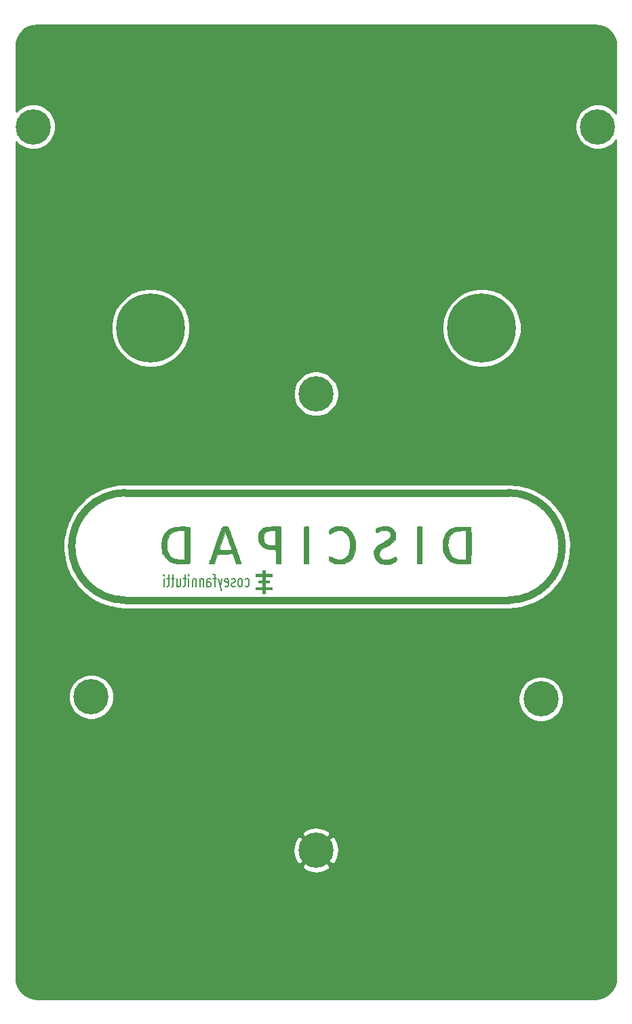
<source format=gbr>
%TF.GenerationSoftware,KiCad,Pcbnew,5.1.7-a382d34a8~88~ubuntu20.04.1*%
%TF.CreationDate,2021-03-29T23:20:07+02:00*%
%TF.ProjectId,discipad-bottom-pcb,64697363-6970-4616-942d-626f74746f6d,rev?*%
%TF.SameCoordinates,Original*%
%TF.FileFunction,Copper,L2,Bot*%
%TF.FilePolarity,Positive*%
%FSLAX46Y46*%
G04 Gerber Fmt 4.6, Leading zero omitted, Abs format (unit mm)*
G04 Created by KiCad (PCBNEW 5.1.7-a382d34a8~88~ubuntu20.04.1) date 2021-03-29 23:20:07*
%MOMM*%
%LPD*%
G01*
G04 APERTURE LIST*
%TA.AperFunction,NonConductor*%
%ADD10C,0.150000*%
%TD*%
%TA.AperFunction,EtchedComponent*%
%ADD11C,0.010000*%
%TD*%
%TA.AperFunction,EtchedComponent*%
%ADD12C,0.900000*%
%TD*%
%TA.AperFunction,ComponentPad*%
%ADD13C,8.600000*%
%TD*%
%TA.AperFunction,ComponentPad*%
%ADD14C,4.400000*%
%TD*%
%TA.AperFunction,Conductor*%
%ADD15C,0.254000*%
%TD*%
%TA.AperFunction,Conductor*%
%ADD16C,0.150000*%
%TD*%
G04 APERTURE END LIST*
D10*
X134998991Y-85767886D02*
X135094229Y-85839315D01*
X135284706Y-85839315D01*
X135379944Y-85767886D01*
X135427563Y-85696458D01*
X135475182Y-85553601D01*
X135475182Y-85125029D01*
X135427563Y-84982172D01*
X135379944Y-84910744D01*
X135284706Y-84839315D01*
X135094229Y-84839315D01*
X134998991Y-84910744D01*
X134427563Y-85839315D02*
X134522801Y-85767886D01*
X134570420Y-85696458D01*
X134618039Y-85553601D01*
X134618039Y-85125029D01*
X134570420Y-84982172D01*
X134522801Y-84910744D01*
X134427563Y-84839315D01*
X134284706Y-84839315D01*
X134189468Y-84910744D01*
X134141849Y-84982172D01*
X134094229Y-85125029D01*
X134094229Y-85553601D01*
X134141849Y-85696458D01*
X134189468Y-85767886D01*
X134284706Y-85839315D01*
X134427563Y-85839315D01*
X133713277Y-85767886D02*
X133618039Y-85839315D01*
X133427563Y-85839315D01*
X133332325Y-85767886D01*
X133284706Y-85625029D01*
X133284706Y-85553601D01*
X133332325Y-85410744D01*
X133427563Y-85339315D01*
X133570420Y-85339315D01*
X133665658Y-85267886D01*
X133713277Y-85125029D01*
X133713277Y-85053601D01*
X133665658Y-84910744D01*
X133570420Y-84839315D01*
X133427563Y-84839315D01*
X133332325Y-84910744D01*
X132475182Y-85767886D02*
X132570420Y-85839315D01*
X132760896Y-85839315D01*
X132856134Y-85767886D01*
X132903753Y-85625029D01*
X132903753Y-85053601D01*
X132856134Y-84910744D01*
X132760896Y-84839315D01*
X132570420Y-84839315D01*
X132475182Y-84910744D01*
X132427563Y-85053601D01*
X132427563Y-85196458D01*
X132903753Y-85339315D01*
X132094229Y-84839315D02*
X131856134Y-85839315D01*
X131618039Y-84839315D02*
X131856134Y-85839315D01*
X131951372Y-86196458D01*
X131998991Y-86267886D01*
X132094229Y-86339315D01*
X131379944Y-84839315D02*
X130998991Y-84839315D01*
X131237087Y-85839315D02*
X131237087Y-84553601D01*
X131189468Y-84410744D01*
X131094229Y-84339315D01*
X130998991Y-84339315D01*
X130237087Y-85839315D02*
X130237087Y-85053601D01*
X130284706Y-84910744D01*
X130379944Y-84839315D01*
X130570420Y-84839315D01*
X130665658Y-84910744D01*
X130237087Y-85767886D02*
X130332325Y-85839315D01*
X130570420Y-85839315D01*
X130665658Y-85767886D01*
X130713277Y-85625029D01*
X130713277Y-85482172D01*
X130665658Y-85339315D01*
X130570420Y-85267886D01*
X130332325Y-85267886D01*
X130237087Y-85196458D01*
X129760896Y-84839315D02*
X129760896Y-85839315D01*
X129760896Y-84982172D02*
X129713277Y-84910744D01*
X129618039Y-84839315D01*
X129475182Y-84839315D01*
X129379944Y-84910744D01*
X129332325Y-85053601D01*
X129332325Y-85839315D01*
X128856134Y-84839315D02*
X128856134Y-85839315D01*
X128856134Y-84982172D02*
X128808515Y-84910744D01*
X128713277Y-84839315D01*
X128570420Y-84839315D01*
X128475182Y-84910744D01*
X128427563Y-85053601D01*
X128427563Y-85839315D01*
X127951372Y-85839315D02*
X127951372Y-84839315D01*
X127951372Y-84339315D02*
X127998991Y-84410744D01*
X127951372Y-84482172D01*
X127903753Y-84410744D01*
X127951372Y-84339315D01*
X127951372Y-84482172D01*
X127618039Y-84839315D02*
X127237087Y-84839315D01*
X127475182Y-84339315D02*
X127475182Y-85625029D01*
X127427563Y-85767886D01*
X127332325Y-85839315D01*
X127237087Y-85839315D01*
X126475182Y-84839315D02*
X126475182Y-85839315D01*
X126903753Y-84839315D02*
X126903753Y-85625029D01*
X126856134Y-85767886D01*
X126760896Y-85839315D01*
X126618039Y-85839315D01*
X126522801Y-85767886D01*
X126475182Y-85696458D01*
X126141849Y-84839315D02*
X125760896Y-84839315D01*
X125998991Y-84339315D02*
X125998991Y-85625029D01*
X125951372Y-85767886D01*
X125856134Y-85839315D01*
X125760896Y-85839315D01*
X125570420Y-84839315D02*
X125189468Y-84839315D01*
X125427563Y-84339315D02*
X125427563Y-85625029D01*
X125379944Y-85767886D01*
X125284706Y-85839315D01*
X125189468Y-85839315D01*
X124856134Y-85839315D02*
X124856134Y-84839315D01*
X124856134Y-84339315D02*
X124903753Y-84410744D01*
X124856134Y-84482172D01*
X124808515Y-84410744D01*
X124856134Y-84339315D01*
X124856134Y-84482172D01*
D11*
G36*
X152203942Y-78296594D02*
G01*
X151853613Y-78350787D01*
X151564134Y-78447862D01*
X151548632Y-78455571D01*
X151388452Y-78546867D01*
X151311593Y-78633428D01*
X151287935Y-78758836D01*
X151286617Y-78834712D01*
X151300131Y-78993516D01*
X151353204Y-79067949D01*
X151464639Y-79062514D01*
X151653237Y-78981715D01*
X151731685Y-78941347D01*
X151975744Y-78845338D01*
X152258293Y-78805533D01*
X152385971Y-78802633D01*
X152606147Y-78807875D01*
X152746436Y-78833790D01*
X152850133Y-78895664D01*
X152956238Y-79003970D01*
X153107771Y-79231147D01*
X153147083Y-79452040D01*
X153072013Y-79670454D01*
X152880397Y-79890194D01*
X152570075Y-80115065D01*
X152212772Y-80312369D01*
X151844208Y-80505772D01*
X151572324Y-80671626D01*
X151378277Y-80825488D01*
X151243226Y-80982918D01*
X151148331Y-81159472D01*
X151129154Y-81207160D01*
X151043008Y-81591003D01*
X151069710Y-81967415D01*
X151201176Y-82314830D01*
X151429324Y-82611677D01*
X151738236Y-82832391D01*
X152079637Y-82953602D01*
X152480563Y-83011147D01*
X152893504Y-83002567D01*
X153270947Y-82925404D01*
X153305815Y-82913499D01*
X153591694Y-82791287D01*
X153770728Y-82660406D01*
X153859190Y-82505414D01*
X153875938Y-82372445D01*
X153861047Y-82223900D01*
X153824907Y-82138627D01*
X153821945Y-82136492D01*
X153743012Y-82144833D01*
X153589400Y-82199233D01*
X153405804Y-82282462D01*
X153172356Y-82380470D01*
X152940219Y-82449851D01*
X152797054Y-82472293D01*
X152503435Y-82479806D01*
X152298852Y-82467194D01*
X152149623Y-82426319D01*
X152022067Y-82349042D01*
X151917630Y-82259798D01*
X151774353Y-82112068D01*
X151706438Y-81980390D01*
X151687850Y-81810659D01*
X151687699Y-81782007D01*
X151706125Y-81587310D01*
X151771042Y-81421781D01*
X151897762Y-81269399D01*
X152101597Y-81114145D01*
X152397858Y-80939999D01*
X152589135Y-80838926D01*
X153024827Y-80591998D01*
X153348700Y-80356615D01*
X153570621Y-80124414D01*
X153695116Y-79901480D01*
X153743354Y-79666902D01*
X153746148Y-79382024D01*
X153705314Y-79110430D01*
X153669344Y-79000054D01*
X153516954Y-78763467D01*
X153283988Y-78546885D01*
X153012261Y-78385263D01*
X152874927Y-78335985D01*
X152562066Y-78290065D01*
X152203942Y-78296594D01*
G37*
X152203942Y-78296594D02*
X151853613Y-78350787D01*
X151564134Y-78447862D01*
X151548632Y-78455571D01*
X151388452Y-78546867D01*
X151311593Y-78633428D01*
X151287935Y-78758836D01*
X151286617Y-78834712D01*
X151300131Y-78993516D01*
X151353204Y-79067949D01*
X151464639Y-79062514D01*
X151653237Y-78981715D01*
X151731685Y-78941347D01*
X151975744Y-78845338D01*
X152258293Y-78805533D01*
X152385971Y-78802633D01*
X152606147Y-78807875D01*
X152746436Y-78833790D01*
X152850133Y-78895664D01*
X152956238Y-79003970D01*
X153107771Y-79231147D01*
X153147083Y-79452040D01*
X153072013Y-79670454D01*
X152880397Y-79890194D01*
X152570075Y-80115065D01*
X152212772Y-80312369D01*
X151844208Y-80505772D01*
X151572324Y-80671626D01*
X151378277Y-80825488D01*
X151243226Y-80982918D01*
X151148331Y-81159472D01*
X151129154Y-81207160D01*
X151043008Y-81591003D01*
X151069710Y-81967415D01*
X151201176Y-82314830D01*
X151429324Y-82611677D01*
X151738236Y-82832391D01*
X152079637Y-82953602D01*
X152480563Y-83011147D01*
X152893504Y-83002567D01*
X153270947Y-82925404D01*
X153305815Y-82913499D01*
X153591694Y-82791287D01*
X153770728Y-82660406D01*
X153859190Y-82505414D01*
X153875938Y-82372445D01*
X153861047Y-82223900D01*
X153824907Y-82138627D01*
X153821945Y-82136492D01*
X153743012Y-82144833D01*
X153589400Y-82199233D01*
X153405804Y-82282462D01*
X153172356Y-82380470D01*
X152940219Y-82449851D01*
X152797054Y-82472293D01*
X152503435Y-82479806D01*
X152298852Y-82467194D01*
X152149623Y-82426319D01*
X152022067Y-82349042D01*
X151917630Y-82259798D01*
X151774353Y-82112068D01*
X151706438Y-81980390D01*
X151687850Y-81810659D01*
X151687699Y-81782007D01*
X151706125Y-81587310D01*
X151771042Y-81421781D01*
X151897762Y-81269399D01*
X152101597Y-81114145D01*
X152397858Y-80939999D01*
X152589135Y-80838926D01*
X153024827Y-80591998D01*
X153348700Y-80356615D01*
X153570621Y-80124414D01*
X153695116Y-79901480D01*
X153743354Y-79666902D01*
X153746148Y-79382024D01*
X153705314Y-79110430D01*
X153669344Y-79000054D01*
X153516954Y-78763467D01*
X153283988Y-78546885D01*
X153012261Y-78385263D01*
X152874927Y-78335985D01*
X152562066Y-78290065D01*
X152203942Y-78296594D01*
G36*
X146471607Y-78315250D02*
G01*
X146266731Y-78333897D01*
X146096386Y-78376708D01*
X145916276Y-78452416D01*
X145830550Y-78494381D01*
X145631776Y-78598781D01*
X145518638Y-78680803D01*
X145464625Y-78769320D01*
X145443229Y-78893207D01*
X145441028Y-78918646D01*
X145440320Y-79111186D01*
X145487020Y-79205612D01*
X145594547Y-79206806D01*
X145776320Y-79119649D01*
X145858072Y-79070352D01*
X146196593Y-78918003D01*
X146577763Y-78840013D01*
X146954340Y-78842795D01*
X147175811Y-78891463D01*
X147421861Y-79027202D01*
X147657611Y-79253344D01*
X147856176Y-79538113D01*
X147990666Y-79849732D01*
X147992805Y-79857009D01*
X148060686Y-80211411D01*
X148082523Y-80616549D01*
X148060775Y-81031867D01*
X147997903Y-81416811D01*
X147896366Y-81730825D01*
X147876655Y-81771858D01*
X147650804Y-82093000D01*
X147357951Y-82317365D01*
X147011103Y-82441994D01*
X146623267Y-82463928D01*
X146207450Y-82380207D01*
X145856412Y-82231525D01*
X145664397Y-82136890D01*
X145518386Y-82076166D01*
X145448589Y-82061839D01*
X145447615Y-82062591D01*
X145426472Y-82138142D01*
X145412663Y-82285970D01*
X145411458Y-82318223D01*
X145433530Y-82506741D01*
X145528672Y-82637539D01*
X145556152Y-82659814D01*
X145852680Y-82824543D01*
X146224850Y-82938997D01*
X146633542Y-82997986D01*
X147039636Y-82996319D01*
X147404009Y-82928805D01*
X147455157Y-82911784D01*
X147868368Y-82715237D01*
X148190625Y-82447261D01*
X148436380Y-82093056D01*
X148579878Y-81759939D01*
X148715592Y-81229555D01*
X148759125Y-80694457D01*
X148715618Y-80172294D01*
X148590210Y-79680716D01*
X148388042Y-79237374D01*
X148114254Y-78859918D01*
X147773987Y-78565998D01*
X147623963Y-78477610D01*
X147447903Y-78395466D01*
X147281030Y-78345873D01*
X147081420Y-78320839D01*
X146807145Y-78312374D01*
X146755307Y-78312031D01*
X146471607Y-78315250D01*
G37*
X146471607Y-78315250D02*
X146266731Y-78333897D01*
X146096386Y-78376708D01*
X145916276Y-78452416D01*
X145830550Y-78494381D01*
X145631776Y-78598781D01*
X145518638Y-78680803D01*
X145464625Y-78769320D01*
X145443229Y-78893207D01*
X145441028Y-78918646D01*
X145440320Y-79111186D01*
X145487020Y-79205612D01*
X145594547Y-79206806D01*
X145776320Y-79119649D01*
X145858072Y-79070352D01*
X146196593Y-78918003D01*
X146577763Y-78840013D01*
X146954340Y-78842795D01*
X147175811Y-78891463D01*
X147421861Y-79027202D01*
X147657611Y-79253344D01*
X147856176Y-79538113D01*
X147990666Y-79849732D01*
X147992805Y-79857009D01*
X148060686Y-80211411D01*
X148082523Y-80616549D01*
X148060775Y-81031867D01*
X147997903Y-81416811D01*
X147896366Y-81730825D01*
X147876655Y-81771858D01*
X147650804Y-82093000D01*
X147357951Y-82317365D01*
X147011103Y-82441994D01*
X146623267Y-82463928D01*
X146207450Y-82380207D01*
X145856412Y-82231525D01*
X145664397Y-82136890D01*
X145518386Y-82076166D01*
X145448589Y-82061839D01*
X145447615Y-82062591D01*
X145426472Y-82138142D01*
X145412663Y-82285970D01*
X145411458Y-82318223D01*
X145433530Y-82506741D01*
X145528672Y-82637539D01*
X145556152Y-82659814D01*
X145852680Y-82824543D01*
X146224850Y-82938997D01*
X146633542Y-82997986D01*
X147039636Y-82996319D01*
X147404009Y-82928805D01*
X147455157Y-82911784D01*
X147868368Y-82715237D01*
X148190625Y-82447261D01*
X148436380Y-82093056D01*
X148579878Y-81759939D01*
X148715592Y-81229555D01*
X148759125Y-80694457D01*
X148715618Y-80172294D01*
X148590210Y-79680716D01*
X148388042Y-79237374D01*
X148114254Y-78859918D01*
X147773987Y-78565998D01*
X147623963Y-78477610D01*
X147447903Y-78395466D01*
X147281030Y-78345873D01*
X147081420Y-78320839D01*
X146807145Y-78312374D01*
X146755307Y-78312031D01*
X146471607Y-78315250D01*
G36*
X162253997Y-78347112D02*
G01*
X162061167Y-78351473D01*
X161614228Y-78368983D01*
X161265736Y-78400125D01*
X160991002Y-78452112D01*
X160765340Y-78532159D01*
X160564062Y-78647479D01*
X160362481Y-78805287D01*
X160290665Y-78868838D01*
X160001530Y-79210472D01*
X159790974Y-79632859D01*
X159664232Y-80117640D01*
X159626538Y-80646454D01*
X159661851Y-81074536D01*
X159784618Y-81610821D01*
X159981489Y-82050581D01*
X160256923Y-82399038D01*
X160615378Y-82661414D01*
X161061311Y-82842931D01*
X161203255Y-82880166D01*
X161414524Y-82915641D01*
X161687863Y-82941375D01*
X161996212Y-82957229D01*
X162312511Y-82963061D01*
X162609699Y-82958731D01*
X162860716Y-82944099D01*
X163038501Y-82919024D01*
X163111181Y-82890061D01*
X163132377Y-82833454D01*
X163149567Y-82704594D01*
X163163029Y-82495048D01*
X163163230Y-82489037D01*
X162568656Y-82489037D01*
X161971878Y-82447087D01*
X161635089Y-82412088D01*
X161343568Y-82360383D01*
X161134966Y-82298767D01*
X161124184Y-82294144D01*
X160800922Y-82086076D01*
X160553625Y-81784536D01*
X160385321Y-81395467D01*
X160299037Y-80924813D01*
X160287588Y-80652148D01*
X160331435Y-80129232D01*
X160463182Y-79692483D01*
X160683136Y-79341285D01*
X160991606Y-79075024D01*
X161114033Y-79005101D01*
X161297622Y-78932353D01*
X161530859Y-78883676D01*
X161845324Y-78853199D01*
X161967564Y-78846365D01*
X162568656Y-78816974D01*
X162568656Y-82489037D01*
X163163230Y-82489037D01*
X163173040Y-82196381D01*
X163179880Y-81800158D01*
X163183827Y-81297947D01*
X163185158Y-80681311D01*
X163185161Y-80647367D01*
X163184514Y-80060975D01*
X163182252Y-79586097D01*
X163177896Y-79210953D01*
X163170967Y-78923761D01*
X163160984Y-78712741D01*
X163147470Y-78566110D01*
X163129943Y-78472088D01*
X163107925Y-78418893D01*
X163093812Y-78402841D01*
X163014140Y-78371728D01*
X162856277Y-78352500D01*
X162607227Y-78344510D01*
X162253997Y-78347112D01*
G37*
X162253997Y-78347112D02*
X162061167Y-78351473D01*
X161614228Y-78368983D01*
X161265736Y-78400125D01*
X160991002Y-78452112D01*
X160765340Y-78532159D01*
X160564062Y-78647479D01*
X160362481Y-78805287D01*
X160290665Y-78868838D01*
X160001530Y-79210472D01*
X159790974Y-79632859D01*
X159664232Y-80117640D01*
X159626538Y-80646454D01*
X159661851Y-81074536D01*
X159784618Y-81610821D01*
X159981489Y-82050581D01*
X160256923Y-82399038D01*
X160615378Y-82661414D01*
X161061311Y-82842931D01*
X161203255Y-82880166D01*
X161414524Y-82915641D01*
X161687863Y-82941375D01*
X161996212Y-82957229D01*
X162312511Y-82963061D01*
X162609699Y-82958731D01*
X162860716Y-82944099D01*
X163038501Y-82919024D01*
X163111181Y-82890061D01*
X163132377Y-82833454D01*
X163149567Y-82704594D01*
X163163029Y-82495048D01*
X163163230Y-82489037D01*
X162568656Y-82489037D01*
X161971878Y-82447087D01*
X161635089Y-82412088D01*
X161343568Y-82360383D01*
X161134966Y-82298767D01*
X161124184Y-82294144D01*
X160800922Y-82086076D01*
X160553625Y-81784536D01*
X160385321Y-81395467D01*
X160299037Y-80924813D01*
X160287588Y-80652148D01*
X160331435Y-80129232D01*
X160463182Y-79692483D01*
X160683136Y-79341285D01*
X160991606Y-79075024D01*
X161114033Y-79005101D01*
X161297622Y-78932353D01*
X161530859Y-78883676D01*
X161845324Y-78853199D01*
X161967564Y-78846365D01*
X162568656Y-78816974D01*
X162568656Y-82489037D01*
X163163230Y-82489037D01*
X163173040Y-82196381D01*
X163179880Y-81800158D01*
X163183827Y-81297947D01*
X163185158Y-80681311D01*
X163185161Y-80647367D01*
X163184514Y-80060975D01*
X163182252Y-79586097D01*
X163177896Y-79210953D01*
X163170967Y-78923761D01*
X163160984Y-78712741D01*
X163147470Y-78566110D01*
X163129943Y-78472088D01*
X163107925Y-78418893D01*
X163093812Y-78402841D01*
X163014140Y-78371728D01*
X162856277Y-78352500D01*
X162607227Y-78344510D01*
X162253997Y-78347112D01*
G36*
X156556991Y-78325308D02*
G01*
X156402122Y-78354913D01*
X156418277Y-80644064D01*
X156434433Y-82933216D01*
X156727273Y-82952006D01*
X157020113Y-82970797D01*
X157020113Y-78354629D01*
X156865986Y-78325166D01*
X156677403Y-78313579D01*
X156556991Y-78325308D01*
G37*
X156556991Y-78325308D02*
X156402122Y-78354913D01*
X156418277Y-80644064D01*
X156434433Y-82933216D01*
X156727273Y-82952006D01*
X157020113Y-82970797D01*
X157020113Y-78354629D01*
X156865986Y-78325166D01*
X156677403Y-78313579D01*
X156556991Y-78325308D01*
G36*
X142426720Y-78345218D02*
G01*
X142284125Y-78399432D01*
X142300298Y-80666324D01*
X142316472Y-82933216D01*
X142609312Y-82952006D01*
X142902151Y-82970797D01*
X142902151Y-78354629D01*
X142735733Y-78322816D01*
X142553680Y-78318246D01*
X142426720Y-78345218D01*
G37*
X142426720Y-78345218D02*
X142284125Y-78399432D01*
X142300298Y-80666324D01*
X142316472Y-82933216D01*
X142609312Y-82952006D01*
X142902151Y-82970797D01*
X142902151Y-78354629D01*
X142735733Y-78322816D01*
X142553680Y-78318246D01*
X142426720Y-78345218D01*
G36*
X138019962Y-78356340D02*
G01*
X137609666Y-78408607D01*
X137287790Y-78503072D01*
X137038766Y-78645754D01*
X136847026Y-78842668D01*
X136726641Y-79038917D01*
X136630008Y-79331717D01*
X136593300Y-79679466D01*
X136617294Y-80029108D01*
X136702766Y-80327585D01*
X136707628Y-80338035D01*
X136929061Y-80680041D01*
X137227647Y-80931234D01*
X137607339Y-81093718D01*
X138072088Y-81169600D01*
X138280432Y-81176177D01*
X138753739Y-81176177D01*
X138793041Y-81592318D01*
X138813469Y-81877549D01*
X138827839Y-82209483D01*
X138832781Y-82486250D01*
X138833219Y-82964041D01*
X139100372Y-82964041D01*
X139273372Y-82955297D01*
X139389493Y-82933345D01*
X139408624Y-82922941D01*
X139421392Y-82850152D01*
X139431715Y-82671274D01*
X139439667Y-82403493D01*
X139445322Y-82063995D01*
X139448753Y-81669966D01*
X139450034Y-81238593D01*
X139449239Y-80787061D01*
X139446443Y-80332557D01*
X139441719Y-79892266D01*
X139435140Y-79483375D01*
X139426782Y-79123070D01*
X139416886Y-78833459D01*
X138771569Y-78833459D01*
X138771569Y-80682973D01*
X138355428Y-80682877D01*
X137990715Y-80655498D01*
X137727893Y-80574989D01*
X137484826Y-80409167D01*
X137336683Y-80196516D01*
X137270136Y-79913029D01*
X137263292Y-79738072D01*
X137293149Y-79415157D01*
X137386939Y-79182342D01*
X137557379Y-79017565D01*
X137728424Y-78931162D01*
X137927341Y-78877637D01*
X138184471Y-78842223D01*
X138372088Y-78833459D01*
X138771569Y-78833459D01*
X139416886Y-78833459D01*
X139416717Y-78828537D01*
X139405020Y-78616963D01*
X139391764Y-78505532D01*
X139389600Y-78498394D01*
X139329475Y-78340255D01*
X138534244Y-78340255D01*
X138019962Y-78356340D01*
G37*
X138019962Y-78356340D02*
X137609666Y-78408607D01*
X137287790Y-78503072D01*
X137038766Y-78645754D01*
X136847026Y-78842668D01*
X136726641Y-79038917D01*
X136630008Y-79331717D01*
X136593300Y-79679466D01*
X136617294Y-80029108D01*
X136702766Y-80327585D01*
X136707628Y-80338035D01*
X136929061Y-80680041D01*
X137227647Y-80931234D01*
X137607339Y-81093718D01*
X138072088Y-81169600D01*
X138280432Y-81176177D01*
X138753739Y-81176177D01*
X138793041Y-81592318D01*
X138813469Y-81877549D01*
X138827839Y-82209483D01*
X138832781Y-82486250D01*
X138833219Y-82964041D01*
X139100372Y-82964041D01*
X139273372Y-82955297D01*
X139389493Y-82933345D01*
X139408624Y-82922941D01*
X139421392Y-82850152D01*
X139431715Y-82671274D01*
X139439667Y-82403493D01*
X139445322Y-82063995D01*
X139448753Y-81669966D01*
X139450034Y-81238593D01*
X139449239Y-80787061D01*
X139446443Y-80332557D01*
X139441719Y-79892266D01*
X139435140Y-79483375D01*
X139426782Y-79123070D01*
X139416886Y-78833459D01*
X138771569Y-78833459D01*
X138771569Y-80682973D01*
X138355428Y-80682877D01*
X137990715Y-80655498D01*
X137727893Y-80574989D01*
X137484826Y-80409167D01*
X137336683Y-80196516D01*
X137270136Y-79913029D01*
X137263292Y-79738072D01*
X137293149Y-79415157D01*
X137386939Y-79182342D01*
X137557379Y-79017565D01*
X137728424Y-78931162D01*
X137927341Y-78877637D01*
X138184471Y-78842223D01*
X138372088Y-78833459D01*
X138771569Y-78833459D01*
X139416886Y-78833459D01*
X139416717Y-78828537D01*
X139405020Y-78616963D01*
X139391764Y-78505532D01*
X139389600Y-78498394D01*
X139329475Y-78340255D01*
X138534244Y-78340255D01*
X138019962Y-78356340D01*
G36*
X132267443Y-78329627D02*
G01*
X132219297Y-78345705D01*
X132174736Y-78373565D01*
X132128989Y-78424214D01*
X132077284Y-78508658D01*
X132014851Y-78637903D01*
X131936919Y-78822957D01*
X131838715Y-79074827D01*
X131715470Y-79404517D01*
X131562412Y-79823037D01*
X131374769Y-80341391D01*
X131272254Y-80625463D01*
X131093188Y-81124941D01*
X130929258Y-81588165D01*
X130784829Y-82002342D01*
X130664269Y-82354679D01*
X130571944Y-82632382D01*
X130512220Y-82822659D01*
X130489463Y-82912716D01*
X130489848Y-82917803D01*
X130562595Y-82944868D01*
X130716102Y-82961514D01*
X130814054Y-82964041D01*
X131110428Y-82964041D01*
X131321803Y-82362949D01*
X131533177Y-81761857D01*
X132494127Y-81744916D01*
X133455077Y-81727974D01*
X133870355Y-82933216D01*
X134163195Y-82952006D01*
X134348011Y-82954710D01*
X134436962Y-82927693D01*
X134456035Y-82879072D01*
X134435988Y-82808673D01*
X134379536Y-82637912D01*
X134292213Y-82382375D01*
X134179553Y-82057649D01*
X134047090Y-81679320D01*
X133900359Y-81262977D01*
X133885988Y-81222415D01*
X133284641Y-81222415D01*
X133226896Y-81228254D01*
X133069194Y-81233078D01*
X132834880Y-81236420D01*
X132547297Y-81237813D01*
X132514045Y-81237828D01*
X132219181Y-81233574D01*
X131977362Y-81221928D01*
X131811342Y-81204563D01*
X131743875Y-81183153D01*
X131743414Y-81181161D01*
X131762809Y-81107524D01*
X131816757Y-80936811D01*
X131898899Y-80688264D01*
X132002874Y-80381124D01*
X132122324Y-80034629D01*
X132122802Y-80033254D01*
X132502190Y-78942014D01*
X132893399Y-80074508D01*
X133014082Y-80424619D01*
X133119659Y-80732341D01*
X133203993Y-80979664D01*
X133260944Y-81148578D01*
X133284374Y-81221073D01*
X133284641Y-81222415D01*
X133885988Y-81222415D01*
X133744893Y-80824204D01*
X133586227Y-80378589D01*
X133429894Y-79941719D01*
X133281429Y-79529181D01*
X133146366Y-79156561D01*
X133030239Y-78839446D01*
X132938582Y-78593422D01*
X132884984Y-78454203D01*
X132790936Y-78366246D01*
X132618317Y-78314010D01*
X132408794Y-78305901D01*
X132267443Y-78329627D01*
G37*
X132267443Y-78329627D02*
X132219297Y-78345705D01*
X132174736Y-78373565D01*
X132128989Y-78424214D01*
X132077284Y-78508658D01*
X132014851Y-78637903D01*
X131936919Y-78822957D01*
X131838715Y-79074827D01*
X131715470Y-79404517D01*
X131562412Y-79823037D01*
X131374769Y-80341391D01*
X131272254Y-80625463D01*
X131093188Y-81124941D01*
X130929258Y-81588165D01*
X130784829Y-82002342D01*
X130664269Y-82354679D01*
X130571944Y-82632382D01*
X130512220Y-82822659D01*
X130489463Y-82912716D01*
X130489848Y-82917803D01*
X130562595Y-82944868D01*
X130716102Y-82961514D01*
X130814054Y-82964041D01*
X131110428Y-82964041D01*
X131321803Y-82362949D01*
X131533177Y-81761857D01*
X132494127Y-81744916D01*
X133455077Y-81727974D01*
X133870355Y-82933216D01*
X134163195Y-82952006D01*
X134348011Y-82954710D01*
X134436962Y-82927693D01*
X134456035Y-82879072D01*
X134435988Y-82808673D01*
X134379536Y-82637912D01*
X134292213Y-82382375D01*
X134179553Y-82057649D01*
X134047090Y-81679320D01*
X133900359Y-81262977D01*
X133885988Y-81222415D01*
X133284641Y-81222415D01*
X133226896Y-81228254D01*
X133069194Y-81233078D01*
X132834880Y-81236420D01*
X132547297Y-81237813D01*
X132514045Y-81237828D01*
X132219181Y-81233574D01*
X131977362Y-81221928D01*
X131811342Y-81204563D01*
X131743875Y-81183153D01*
X131743414Y-81181161D01*
X131762809Y-81107524D01*
X131816757Y-80936811D01*
X131898899Y-80688264D01*
X132002874Y-80381124D01*
X132122324Y-80034629D01*
X132122802Y-80033254D01*
X132502190Y-78942014D01*
X132893399Y-80074508D01*
X133014082Y-80424619D01*
X133119659Y-80732341D01*
X133203993Y-80979664D01*
X133260944Y-81148578D01*
X133284374Y-81221073D01*
X133284641Y-81222415D01*
X133885988Y-81222415D01*
X133744893Y-80824204D01*
X133586227Y-80378589D01*
X133429894Y-79941719D01*
X133281429Y-79529181D01*
X133146366Y-79156561D01*
X133030239Y-78839446D01*
X132938582Y-78593422D01*
X132884984Y-78454203D01*
X132790936Y-78366246D01*
X132618317Y-78314010D01*
X132408794Y-78305901D01*
X132267443Y-78329627D01*
G36*
X126662695Y-78348427D02*
G01*
X126292872Y-78376672D01*
X125992860Y-78430588D01*
X125736338Y-78515768D01*
X125496989Y-78637808D01*
X125378707Y-78712292D01*
X125088084Y-78964608D01*
X124837281Y-79294583D01*
X124659623Y-79656745D01*
X124637403Y-79723743D01*
X124606192Y-79889008D01*
X124581429Y-80140468D01*
X124566016Y-80441066D01*
X124562343Y-80682973D01*
X124565556Y-81002089D01*
X124577621Y-81232554D01*
X124604094Y-81408976D01*
X124650536Y-81565961D01*
X124722503Y-81738116D01*
X124736873Y-81769632D01*
X124995231Y-82198336D01*
X125332412Y-82532394D01*
X125746119Y-82770013D01*
X126189325Y-82901339D01*
X126387724Y-82926860D01*
X126668710Y-82947376D01*
X126991592Y-82960491D01*
X127252869Y-82964041D01*
X127563183Y-82963245D01*
X127772548Y-82957886D01*
X127903312Y-82943506D01*
X127977828Y-82915650D01*
X128018446Y-82869859D01*
X128045910Y-82805902D01*
X128062794Y-82700196D01*
X128076901Y-82491182D01*
X128088248Y-82196799D01*
X128096850Y-81834989D01*
X128102722Y-81423693D01*
X128105879Y-80980851D01*
X128106337Y-80524405D01*
X128104111Y-80072297D01*
X128099215Y-79642466D01*
X128091666Y-79252854D01*
X128081479Y-78921402D01*
X128077067Y-78833459D01*
X127427880Y-78833459D01*
X127427880Y-82489301D01*
X126888438Y-82449812D01*
X126609293Y-82423676D01*
X126347596Y-82389378D01*
X126149943Y-82353277D01*
X126113804Y-82344102D01*
X125804574Y-82195201D01*
X125550631Y-81944810D01*
X125358415Y-81604649D01*
X125234364Y-81186439D01*
X125184917Y-80701902D01*
X125184331Y-80652148D01*
X125223322Y-80129387D01*
X125345948Y-79697079D01*
X125553591Y-79353824D01*
X125847633Y-79098218D01*
X126229455Y-78928858D01*
X126700441Y-78844344D01*
X126976691Y-78833459D01*
X127427880Y-78833459D01*
X128077067Y-78833459D01*
X128068668Y-78666051D01*
X128053249Y-78504743D01*
X128042215Y-78459503D01*
X128007023Y-78411681D01*
X127947791Y-78378614D01*
X127843980Y-78357622D01*
X127675049Y-78346022D01*
X127420457Y-78341135D01*
X127128648Y-78340255D01*
X126662695Y-78348427D01*
G37*
X126662695Y-78348427D02*
X126292872Y-78376672D01*
X125992860Y-78430588D01*
X125736338Y-78515768D01*
X125496989Y-78637808D01*
X125378707Y-78712292D01*
X125088084Y-78964608D01*
X124837281Y-79294583D01*
X124659623Y-79656745D01*
X124637403Y-79723743D01*
X124606192Y-79889008D01*
X124581429Y-80140468D01*
X124566016Y-80441066D01*
X124562343Y-80682973D01*
X124565556Y-81002089D01*
X124577621Y-81232554D01*
X124604094Y-81408976D01*
X124650536Y-81565961D01*
X124722503Y-81738116D01*
X124736873Y-81769632D01*
X124995231Y-82198336D01*
X125332412Y-82532394D01*
X125746119Y-82770013D01*
X126189325Y-82901339D01*
X126387724Y-82926860D01*
X126668710Y-82947376D01*
X126991592Y-82960491D01*
X127252869Y-82964041D01*
X127563183Y-82963245D01*
X127772548Y-82957886D01*
X127903312Y-82943506D01*
X127977828Y-82915650D01*
X128018446Y-82869859D01*
X128045910Y-82805902D01*
X128062794Y-82700196D01*
X128076901Y-82491182D01*
X128088248Y-82196799D01*
X128096850Y-81834989D01*
X128102722Y-81423693D01*
X128105879Y-80980851D01*
X128106337Y-80524405D01*
X128104111Y-80072297D01*
X128099215Y-79642466D01*
X128091666Y-79252854D01*
X128081479Y-78921402D01*
X128077067Y-78833459D01*
X127427880Y-78833459D01*
X127427880Y-82489301D01*
X126888438Y-82449812D01*
X126609293Y-82423676D01*
X126347596Y-82389378D01*
X126149943Y-82353277D01*
X126113804Y-82344102D01*
X125804574Y-82195201D01*
X125550631Y-81944810D01*
X125358415Y-81604649D01*
X125234364Y-81186439D01*
X125184917Y-80701902D01*
X125184331Y-80652148D01*
X125223322Y-80129387D01*
X125345948Y-79697079D01*
X125553591Y-79353824D01*
X125847633Y-79098218D01*
X126229455Y-78928858D01*
X126700441Y-78844344D01*
X126976691Y-78833459D01*
X127427880Y-78833459D01*
X128077067Y-78833459D01*
X128068668Y-78666051D01*
X128053249Y-78504743D01*
X128042215Y-78459503D01*
X128007023Y-78411681D01*
X127947791Y-78378614D01*
X127843980Y-78357622D01*
X127675049Y-78346022D01*
X127420457Y-78341135D01*
X127128648Y-78340255D01*
X126662695Y-78348427D01*
D12*
X167868559Y-74112973D02*
X120018559Y-74112973D01*
X167868559Y-87512973D02*
X120018559Y-87512973D01*
X120018559Y-74112973D02*
G75*
G03*
X120018559Y-87512973I0J-6700000D01*
G01*
X167868559Y-87512973D02*
G75*
G03*
X167868559Y-74112973I0J6700000D01*
G01*
D11*
G36*
X137164225Y-84251046D02*
G01*
X136306975Y-84251046D01*
X136306975Y-84536796D01*
X137164225Y-84536796D01*
X137164225Y-85051146D01*
X136624475Y-85051146D01*
X136624475Y-85355946D01*
X137164225Y-85355946D01*
X137164225Y-85882996D01*
X136306975Y-85882996D01*
X136306975Y-86187796D01*
X137164225Y-86187796D01*
X137164225Y-86651346D01*
X137469025Y-86651346D01*
X137469025Y-86194146D01*
X138319925Y-86194146D01*
X138319925Y-85889346D01*
X137469025Y-85889346D01*
X137469025Y-85362296D01*
X138002425Y-85362296D01*
X138002425Y-85057496D01*
X137469025Y-85057496D01*
X137469025Y-84536796D01*
X138319925Y-84536796D01*
X138319925Y-84251046D01*
X137469025Y-84251046D01*
X137469025Y-83806546D01*
X137164225Y-83806546D01*
X137164225Y-84251046D01*
G37*
X137164225Y-84251046D02*
X136306975Y-84251046D01*
X136306975Y-84536796D01*
X137164225Y-84536796D01*
X137164225Y-85051146D01*
X136624475Y-85051146D01*
X136624475Y-85355946D01*
X137164225Y-85355946D01*
X137164225Y-85882996D01*
X136306975Y-85882996D01*
X136306975Y-86187796D01*
X137164225Y-86187796D01*
X137164225Y-86651346D01*
X137469025Y-86651346D01*
X137469025Y-86194146D01*
X138319925Y-86194146D01*
X138319925Y-85889346D01*
X137469025Y-85889346D01*
X137469025Y-85362296D01*
X138002425Y-85362296D01*
X138002425Y-85057496D01*
X137469025Y-85057496D01*
X137469025Y-84536796D01*
X138319925Y-84536796D01*
X138319925Y-84251046D01*
X137469025Y-84251046D01*
X137469025Y-83806546D01*
X137164225Y-83806546D01*
X137164225Y-84251046D01*
D13*
X123158765Y-53561440D03*
D14*
X143833559Y-118686673D03*
X115752543Y-99566685D03*
X171914575Y-99841686D03*
X143833559Y-61784261D03*
X179001130Y-28475773D03*
X108503031Y-28475773D03*
D13*
X164508353Y-53561440D03*
D15*
X179193363Y-15864539D02*
X179677966Y-16010848D01*
X180124913Y-16248495D01*
X180517196Y-16568434D01*
X180839865Y-16958473D01*
X181080627Y-17403753D01*
X181230316Y-17887320D01*
X181286697Y-18423755D01*
X181286697Y-26793501D01*
X181203218Y-26668566D01*
X180808337Y-26273685D01*
X180344006Y-25963429D01*
X179828069Y-25749721D01*
X179280353Y-25640773D01*
X178721907Y-25640773D01*
X178174191Y-25749721D01*
X177658254Y-25963429D01*
X177193923Y-26273685D01*
X176799042Y-26668566D01*
X176488786Y-27132897D01*
X176275078Y-27648834D01*
X176166130Y-28196550D01*
X176166130Y-28754996D01*
X176275078Y-29302712D01*
X176488786Y-29818649D01*
X176799042Y-30282980D01*
X177193923Y-30677861D01*
X177658254Y-30988117D01*
X178174191Y-31201825D01*
X178721907Y-31310773D01*
X179280353Y-31310773D01*
X179828069Y-31201825D01*
X180344006Y-30988117D01*
X180808337Y-30677861D01*
X181203218Y-30282980D01*
X181286697Y-30158045D01*
X181286698Y-134559884D01*
X181233896Y-135098402D01*
X181087587Y-135583003D01*
X180849940Y-136029952D01*
X180529998Y-136422239D01*
X180139961Y-136744905D01*
X179694682Y-136985666D01*
X179211114Y-137135356D01*
X178674679Y-137191737D01*
X109012263Y-137191737D01*
X108473756Y-137138936D01*
X107989155Y-136992627D01*
X107542206Y-136754980D01*
X107149919Y-136435038D01*
X106827253Y-136045001D01*
X106586492Y-135599722D01*
X106436802Y-135116154D01*
X106380421Y-134579719D01*
X106380421Y-120676448D01*
X142023389Y-120676448D01*
X142263535Y-121063691D01*
X142757436Y-121324314D01*
X143292692Y-121483574D01*
X143848733Y-121535351D01*
X144404191Y-121477654D01*
X144937720Y-121312701D01*
X145403583Y-121063691D01*
X145643729Y-120676448D01*
X143833559Y-118866278D01*
X142023389Y-120676448D01*
X106380421Y-120676448D01*
X106380421Y-118701847D01*
X140984881Y-118701847D01*
X141042578Y-119257305D01*
X141207531Y-119790834D01*
X141456541Y-120256697D01*
X141843784Y-120496843D01*
X143653954Y-118686673D01*
X144013164Y-118686673D01*
X145823334Y-120496843D01*
X146210577Y-120256697D01*
X146471200Y-119762796D01*
X146630460Y-119227540D01*
X146682237Y-118671499D01*
X146624540Y-118116041D01*
X146459587Y-117582512D01*
X146210577Y-117116649D01*
X145823334Y-116876503D01*
X144013164Y-118686673D01*
X143653954Y-118686673D01*
X141843784Y-116876503D01*
X141456541Y-117116649D01*
X141195918Y-117610550D01*
X141036658Y-118145806D01*
X140984881Y-118701847D01*
X106380421Y-118701847D01*
X106380421Y-116696898D01*
X142023389Y-116696898D01*
X143833559Y-118507068D01*
X145643729Y-116696898D01*
X145403583Y-116309655D01*
X144909682Y-116049032D01*
X144374426Y-115889772D01*
X143818385Y-115837995D01*
X143262927Y-115895692D01*
X142729398Y-116060645D01*
X142263535Y-116309655D01*
X142023389Y-116696898D01*
X106380421Y-116696898D01*
X106380421Y-99287462D01*
X112917543Y-99287462D01*
X112917543Y-99845908D01*
X113026491Y-100393624D01*
X113240199Y-100909561D01*
X113550455Y-101373892D01*
X113945336Y-101768773D01*
X114409667Y-102079029D01*
X114925604Y-102292737D01*
X115473320Y-102401685D01*
X116031766Y-102401685D01*
X116579482Y-102292737D01*
X117095419Y-102079029D01*
X117559750Y-101768773D01*
X117954631Y-101373892D01*
X118264887Y-100909561D01*
X118478595Y-100393624D01*
X118587543Y-99845908D01*
X118587543Y-99562463D01*
X169079575Y-99562463D01*
X169079575Y-100120909D01*
X169188523Y-100668625D01*
X169402231Y-101184562D01*
X169712487Y-101648893D01*
X170107368Y-102043774D01*
X170571699Y-102354030D01*
X171087636Y-102567738D01*
X171635352Y-102676686D01*
X172193798Y-102676686D01*
X172741514Y-102567738D01*
X173257451Y-102354030D01*
X173721782Y-102043774D01*
X174116663Y-101648893D01*
X174426919Y-101184562D01*
X174640627Y-100668625D01*
X174749575Y-100120909D01*
X174749575Y-99562463D01*
X174640627Y-99014747D01*
X174426919Y-98498810D01*
X174116663Y-98034479D01*
X173721782Y-97639598D01*
X173257451Y-97329342D01*
X172741514Y-97115634D01*
X172193798Y-97006686D01*
X171635352Y-97006686D01*
X171087636Y-97115634D01*
X170571699Y-97329342D01*
X170107368Y-97639598D01*
X169712487Y-98034479D01*
X169402231Y-98498810D01*
X169188523Y-99014747D01*
X169079575Y-99562463D01*
X118587543Y-99562463D01*
X118587543Y-99287462D01*
X118478595Y-98739746D01*
X118264887Y-98223809D01*
X117954631Y-97759478D01*
X117559750Y-97364597D01*
X117095419Y-97054341D01*
X116579482Y-96840633D01*
X116031766Y-96731685D01*
X115473320Y-96731685D01*
X114925604Y-96840633D01*
X114409667Y-97054341D01*
X113945336Y-97364597D01*
X113550455Y-97759478D01*
X113240199Y-98223809D01*
X113026491Y-98739746D01*
X112917543Y-99287462D01*
X106380421Y-99287462D01*
X106380421Y-81138061D01*
X112243042Y-81138061D01*
X112244382Y-81163624D01*
X112243042Y-81189187D01*
X112251656Y-81302428D01*
X112381681Y-82310452D01*
X112386873Y-82335524D01*
X112389415Y-82360989D01*
X112415052Y-82471593D01*
X112415058Y-82471624D01*
X112415061Y-82471632D01*
X112696063Y-83448383D01*
X112704984Y-83472372D01*
X112711351Y-83497168D01*
X112753430Y-83602638D01*
X112753435Y-83602651D01*
X112753435Y-83602652D01*
X113178950Y-84525666D01*
X113191401Y-84548036D01*
X113201442Y-84571577D01*
X113258978Y-84669450D01*
X113258996Y-84669482D01*
X113259003Y-84669491D01*
X113819232Y-85517512D01*
X113834922Y-85537740D01*
X113848410Y-85559493D01*
X113920111Y-85647565D01*
X114602174Y-86401096D01*
X114620744Y-86418718D01*
X114637366Y-86438180D01*
X114721565Y-86514394D01*
X115509760Y-87156086D01*
X115530780Y-87170695D01*
X115550157Y-87187421D01*
X115644915Y-87250021D01*
X116521104Y-87765106D01*
X116544092Y-87776368D01*
X116565776Y-87789970D01*
X116668913Y-87837517D01*
X117612931Y-88214141D01*
X117637356Y-88221795D01*
X117660850Y-88231962D01*
X117769992Y-88263361D01*
X118760118Y-88492860D01*
X118785424Y-88496733D01*
X118810180Y-88503227D01*
X118922774Y-88517751D01*
X118922816Y-88517757D01*
X118922829Y-88517757D01*
X119924244Y-88593933D01*
X119965265Y-88597973D01*
X167921853Y-88597973D01*
X167950151Y-88595186D01*
X168625684Y-88559783D01*
X168638390Y-88558144D01*
X168651197Y-88558144D01*
X168763832Y-88543615D01*
X169763669Y-88361012D01*
X169788424Y-88354518D01*
X169813732Y-88350645D01*
X169922863Y-88319249D01*
X169922874Y-88319246D01*
X169922878Y-88319244D01*
X170883587Y-87987508D01*
X170907083Y-87977341D01*
X170931505Y-87969687D01*
X171034607Y-87922156D01*
X171034642Y-87922141D01*
X171034652Y-87922135D01*
X171934121Y-87448901D01*
X171955801Y-87435302D01*
X171978792Y-87424038D01*
X172073550Y-87361438D01*
X172891098Y-86757588D01*
X172910480Y-86740858D01*
X172931495Y-86726252D01*
X173015694Y-86650040D01*
X173732495Y-85929475D01*
X173749117Y-85910013D01*
X173767688Y-85892390D01*
X173839390Y-85804318D01*
X174438951Y-84983620D01*
X174452444Y-84961858D01*
X174468128Y-84941638D01*
X174525684Y-84843734D01*
X174994206Y-83941789D01*
X175004249Y-83918244D01*
X175016698Y-83895877D01*
X175058782Y-83790393D01*
X175385485Y-82827956D01*
X175391852Y-82803158D01*
X175400773Y-82779171D01*
X175426418Y-82668535D01*
X175603783Y-81667756D01*
X175606326Y-81642275D01*
X175611515Y-81617219D01*
X175620130Y-81503978D01*
X175644076Y-80487885D01*
X175642736Y-80462314D01*
X175644075Y-80436759D01*
X175635462Y-80323517D01*
X175505437Y-79315494D01*
X175500245Y-79290422D01*
X175497703Y-79264957D01*
X175472060Y-79154321D01*
X175191055Y-78177563D01*
X175182134Y-78153574D01*
X175175767Y-78128778D01*
X175133684Y-78023295D01*
X174708168Y-77100280D01*
X174695717Y-77077910D01*
X174685676Y-77054369D01*
X174628140Y-76956496D01*
X174628122Y-76956464D01*
X174628115Y-76956455D01*
X174067886Y-76108434D01*
X174052195Y-76088205D01*
X174038708Y-76066453D01*
X173967027Y-75978407D01*
X173967007Y-75978381D01*
X173967000Y-75978374D01*
X173284944Y-75224850D01*
X173266374Y-75207228D01*
X173249752Y-75187766D01*
X173165553Y-75111552D01*
X172377358Y-74469860D01*
X172356338Y-74455251D01*
X172336961Y-74438525D01*
X172242203Y-74375925D01*
X171366014Y-73860840D01*
X171343025Y-73849578D01*
X171321342Y-73835976D01*
X171218222Y-73788437D01*
X171218206Y-73788429D01*
X171218201Y-73788428D01*
X170274186Y-73411804D01*
X170249760Y-73404150D01*
X170226269Y-73393984D01*
X170117127Y-73362585D01*
X169127000Y-73133086D01*
X169101694Y-73129213D01*
X169076938Y-73122719D01*
X168964344Y-73108195D01*
X168964302Y-73108189D01*
X168964289Y-73108189D01*
X167962874Y-73032013D01*
X167921853Y-73027973D01*
X119965265Y-73027973D01*
X119936967Y-73030760D01*
X119261434Y-73066163D01*
X119248728Y-73067802D01*
X119235921Y-73067802D01*
X119123286Y-73082330D01*
X118123449Y-73264934D01*
X118098693Y-73271429D01*
X118073387Y-73275301D01*
X117964255Y-73306697D01*
X117964244Y-73306700D01*
X117964240Y-73306702D01*
X117003532Y-73638438D01*
X116980038Y-73648605D01*
X116955613Y-73656259D01*
X116852476Y-73703805D01*
X115952997Y-74177045D01*
X115931316Y-74190645D01*
X115908326Y-74201908D01*
X115813587Y-74264496D01*
X115813567Y-74264508D01*
X115813561Y-74264513D01*
X114996020Y-74868358D01*
X114976638Y-74885088D01*
X114955623Y-74899694D01*
X114871448Y-74975885D01*
X114871424Y-74975906D01*
X114871418Y-74975913D01*
X114154622Y-75696471D01*
X114137993Y-75715941D01*
X114119430Y-75733557D01*
X114047728Y-75821628D01*
X113448167Y-76642326D01*
X113434674Y-76664088D01*
X113418990Y-76684308D01*
X113361434Y-76782212D01*
X112892911Y-77684157D01*
X112882866Y-77707708D01*
X112870420Y-77730069D01*
X112828336Y-77835552D01*
X112501633Y-78797990D01*
X112495267Y-78822785D01*
X112486345Y-78846775D01*
X112460700Y-78957411D01*
X112283335Y-79958191D01*
X112280792Y-79983670D01*
X112275603Y-80008727D01*
X112266988Y-80121968D01*
X112243042Y-81138061D01*
X106380421Y-81138061D01*
X106380421Y-61505038D01*
X140998559Y-61505038D01*
X140998559Y-62063484D01*
X141107507Y-62611200D01*
X141321215Y-63127137D01*
X141631471Y-63591468D01*
X142026352Y-63986349D01*
X142490683Y-64296605D01*
X143006620Y-64510313D01*
X143554336Y-64619261D01*
X144112782Y-64619261D01*
X144660498Y-64510313D01*
X145176435Y-64296605D01*
X145640766Y-63986349D01*
X146035647Y-63591468D01*
X146345903Y-63127137D01*
X146559611Y-62611200D01*
X146668559Y-62063484D01*
X146668559Y-61505038D01*
X146559611Y-60957322D01*
X146345903Y-60441385D01*
X146035647Y-59977054D01*
X145640766Y-59582173D01*
X145176435Y-59271917D01*
X144660498Y-59058209D01*
X144112782Y-58949261D01*
X143554336Y-58949261D01*
X143006620Y-59058209D01*
X142490683Y-59271917D01*
X142026352Y-59582173D01*
X141631471Y-59977054D01*
X141321215Y-60441385D01*
X141107507Y-60957322D01*
X140998559Y-61505038D01*
X106380421Y-61505038D01*
X106380421Y-53075385D01*
X118223765Y-53075385D01*
X118223765Y-54047495D01*
X118413415Y-55000926D01*
X118785425Y-55899039D01*
X119325500Y-56707319D01*
X120012886Y-57394705D01*
X120821166Y-57934780D01*
X121719279Y-58306790D01*
X122672710Y-58496440D01*
X123644820Y-58496440D01*
X124598251Y-58306790D01*
X125496364Y-57934780D01*
X126304644Y-57394705D01*
X126992030Y-56707319D01*
X127532105Y-55899039D01*
X127904115Y-55000926D01*
X128093765Y-54047495D01*
X128093765Y-53075385D01*
X159573353Y-53075385D01*
X159573353Y-54047495D01*
X159763003Y-55000926D01*
X160135013Y-55899039D01*
X160675088Y-56707319D01*
X161362474Y-57394705D01*
X162170754Y-57934780D01*
X163068867Y-58306790D01*
X164022298Y-58496440D01*
X164994408Y-58496440D01*
X165947839Y-58306790D01*
X166845952Y-57934780D01*
X167654232Y-57394705D01*
X168341618Y-56707319D01*
X168881693Y-55899039D01*
X169253703Y-55000926D01*
X169443353Y-54047495D01*
X169443353Y-53075385D01*
X169253703Y-52121954D01*
X168881693Y-51223841D01*
X168341618Y-50415561D01*
X167654232Y-49728175D01*
X166845952Y-49188100D01*
X165947839Y-48816090D01*
X164994408Y-48626440D01*
X164022298Y-48626440D01*
X163068867Y-48816090D01*
X162170754Y-49188100D01*
X161362474Y-49728175D01*
X160675088Y-50415561D01*
X160135013Y-51223841D01*
X159763003Y-52121954D01*
X159573353Y-53075385D01*
X128093765Y-53075385D01*
X127904115Y-52121954D01*
X127532105Y-51223841D01*
X126992030Y-50415561D01*
X126304644Y-49728175D01*
X125496364Y-49188100D01*
X124598251Y-48816090D01*
X123644820Y-48626440D01*
X122672710Y-48626440D01*
X121719279Y-48816090D01*
X120821166Y-49188100D01*
X120012886Y-49728175D01*
X119325500Y-50415561D01*
X118785425Y-51223841D01*
X118413415Y-52121954D01*
X118223765Y-53075385D01*
X106380421Y-53075385D01*
X106380421Y-30362458D01*
X106695824Y-30677861D01*
X107160155Y-30988117D01*
X107676092Y-31201825D01*
X108223808Y-31310773D01*
X108782254Y-31310773D01*
X109329970Y-31201825D01*
X109845907Y-30988117D01*
X110310238Y-30677861D01*
X110705119Y-30282980D01*
X111015375Y-29818649D01*
X111229083Y-29302712D01*
X111338031Y-28754996D01*
X111338031Y-28196550D01*
X111229083Y-27648834D01*
X111015375Y-27132897D01*
X110705119Y-26668566D01*
X110310238Y-26273685D01*
X109845907Y-25963429D01*
X109329970Y-25749721D01*
X108782254Y-25640773D01*
X108223808Y-25640773D01*
X107676092Y-25749721D01*
X107160155Y-25963429D01*
X106695824Y-26273685D01*
X106380421Y-26589088D01*
X106380421Y-18443580D01*
X106433223Y-17905071D01*
X106579532Y-17420468D01*
X106817179Y-16973521D01*
X107137118Y-16581238D01*
X107527157Y-16258569D01*
X107972437Y-16017807D01*
X108456004Y-15868118D01*
X108992439Y-15811737D01*
X178654854Y-15811737D01*
X179193363Y-15864539D01*
%TA.AperFunction,Conductor*%
D16*
G36*
X179193363Y-15864539D02*
G01*
X179677966Y-16010848D01*
X180124913Y-16248495D01*
X180517196Y-16568434D01*
X180839865Y-16958473D01*
X181080627Y-17403753D01*
X181230316Y-17887320D01*
X181286697Y-18423755D01*
X181286697Y-26793501D01*
X181203218Y-26668566D01*
X180808337Y-26273685D01*
X180344006Y-25963429D01*
X179828069Y-25749721D01*
X179280353Y-25640773D01*
X178721907Y-25640773D01*
X178174191Y-25749721D01*
X177658254Y-25963429D01*
X177193923Y-26273685D01*
X176799042Y-26668566D01*
X176488786Y-27132897D01*
X176275078Y-27648834D01*
X176166130Y-28196550D01*
X176166130Y-28754996D01*
X176275078Y-29302712D01*
X176488786Y-29818649D01*
X176799042Y-30282980D01*
X177193923Y-30677861D01*
X177658254Y-30988117D01*
X178174191Y-31201825D01*
X178721907Y-31310773D01*
X179280353Y-31310773D01*
X179828069Y-31201825D01*
X180344006Y-30988117D01*
X180808337Y-30677861D01*
X181203218Y-30282980D01*
X181286697Y-30158045D01*
X181286698Y-134559884D01*
X181233896Y-135098402D01*
X181087587Y-135583003D01*
X180849940Y-136029952D01*
X180529998Y-136422239D01*
X180139961Y-136744905D01*
X179694682Y-136985666D01*
X179211114Y-137135356D01*
X178674679Y-137191737D01*
X109012263Y-137191737D01*
X108473756Y-137138936D01*
X107989155Y-136992627D01*
X107542206Y-136754980D01*
X107149919Y-136435038D01*
X106827253Y-136045001D01*
X106586492Y-135599722D01*
X106436802Y-135116154D01*
X106380421Y-134579719D01*
X106380421Y-120676448D01*
X142023389Y-120676448D01*
X142263535Y-121063691D01*
X142757436Y-121324314D01*
X143292692Y-121483574D01*
X143848733Y-121535351D01*
X144404191Y-121477654D01*
X144937720Y-121312701D01*
X145403583Y-121063691D01*
X145643729Y-120676448D01*
X143833559Y-118866278D01*
X142023389Y-120676448D01*
X106380421Y-120676448D01*
X106380421Y-118701847D01*
X140984881Y-118701847D01*
X141042578Y-119257305D01*
X141207531Y-119790834D01*
X141456541Y-120256697D01*
X141843784Y-120496843D01*
X143653954Y-118686673D01*
X144013164Y-118686673D01*
X145823334Y-120496843D01*
X146210577Y-120256697D01*
X146471200Y-119762796D01*
X146630460Y-119227540D01*
X146682237Y-118671499D01*
X146624540Y-118116041D01*
X146459587Y-117582512D01*
X146210577Y-117116649D01*
X145823334Y-116876503D01*
X144013164Y-118686673D01*
X143653954Y-118686673D01*
X141843784Y-116876503D01*
X141456541Y-117116649D01*
X141195918Y-117610550D01*
X141036658Y-118145806D01*
X140984881Y-118701847D01*
X106380421Y-118701847D01*
X106380421Y-116696898D01*
X142023389Y-116696898D01*
X143833559Y-118507068D01*
X145643729Y-116696898D01*
X145403583Y-116309655D01*
X144909682Y-116049032D01*
X144374426Y-115889772D01*
X143818385Y-115837995D01*
X143262927Y-115895692D01*
X142729398Y-116060645D01*
X142263535Y-116309655D01*
X142023389Y-116696898D01*
X106380421Y-116696898D01*
X106380421Y-99287462D01*
X112917543Y-99287462D01*
X112917543Y-99845908D01*
X113026491Y-100393624D01*
X113240199Y-100909561D01*
X113550455Y-101373892D01*
X113945336Y-101768773D01*
X114409667Y-102079029D01*
X114925604Y-102292737D01*
X115473320Y-102401685D01*
X116031766Y-102401685D01*
X116579482Y-102292737D01*
X117095419Y-102079029D01*
X117559750Y-101768773D01*
X117954631Y-101373892D01*
X118264887Y-100909561D01*
X118478595Y-100393624D01*
X118587543Y-99845908D01*
X118587543Y-99562463D01*
X169079575Y-99562463D01*
X169079575Y-100120909D01*
X169188523Y-100668625D01*
X169402231Y-101184562D01*
X169712487Y-101648893D01*
X170107368Y-102043774D01*
X170571699Y-102354030D01*
X171087636Y-102567738D01*
X171635352Y-102676686D01*
X172193798Y-102676686D01*
X172741514Y-102567738D01*
X173257451Y-102354030D01*
X173721782Y-102043774D01*
X174116663Y-101648893D01*
X174426919Y-101184562D01*
X174640627Y-100668625D01*
X174749575Y-100120909D01*
X174749575Y-99562463D01*
X174640627Y-99014747D01*
X174426919Y-98498810D01*
X174116663Y-98034479D01*
X173721782Y-97639598D01*
X173257451Y-97329342D01*
X172741514Y-97115634D01*
X172193798Y-97006686D01*
X171635352Y-97006686D01*
X171087636Y-97115634D01*
X170571699Y-97329342D01*
X170107368Y-97639598D01*
X169712487Y-98034479D01*
X169402231Y-98498810D01*
X169188523Y-99014747D01*
X169079575Y-99562463D01*
X118587543Y-99562463D01*
X118587543Y-99287462D01*
X118478595Y-98739746D01*
X118264887Y-98223809D01*
X117954631Y-97759478D01*
X117559750Y-97364597D01*
X117095419Y-97054341D01*
X116579482Y-96840633D01*
X116031766Y-96731685D01*
X115473320Y-96731685D01*
X114925604Y-96840633D01*
X114409667Y-97054341D01*
X113945336Y-97364597D01*
X113550455Y-97759478D01*
X113240199Y-98223809D01*
X113026491Y-98739746D01*
X112917543Y-99287462D01*
X106380421Y-99287462D01*
X106380421Y-81138061D01*
X112243042Y-81138061D01*
X112244382Y-81163624D01*
X112243042Y-81189187D01*
X112251656Y-81302428D01*
X112381681Y-82310452D01*
X112386873Y-82335524D01*
X112389415Y-82360989D01*
X112415052Y-82471593D01*
X112415058Y-82471624D01*
X112415061Y-82471632D01*
X112696063Y-83448383D01*
X112704984Y-83472372D01*
X112711351Y-83497168D01*
X112753430Y-83602638D01*
X112753435Y-83602651D01*
X112753435Y-83602652D01*
X113178950Y-84525666D01*
X113191401Y-84548036D01*
X113201442Y-84571577D01*
X113258978Y-84669450D01*
X113258996Y-84669482D01*
X113259003Y-84669491D01*
X113819232Y-85517512D01*
X113834922Y-85537740D01*
X113848410Y-85559493D01*
X113920111Y-85647565D01*
X114602174Y-86401096D01*
X114620744Y-86418718D01*
X114637366Y-86438180D01*
X114721565Y-86514394D01*
X115509760Y-87156086D01*
X115530780Y-87170695D01*
X115550157Y-87187421D01*
X115644915Y-87250021D01*
X116521104Y-87765106D01*
X116544092Y-87776368D01*
X116565776Y-87789970D01*
X116668913Y-87837517D01*
X117612931Y-88214141D01*
X117637356Y-88221795D01*
X117660850Y-88231962D01*
X117769992Y-88263361D01*
X118760118Y-88492860D01*
X118785424Y-88496733D01*
X118810180Y-88503227D01*
X118922774Y-88517751D01*
X118922816Y-88517757D01*
X118922829Y-88517757D01*
X119924244Y-88593933D01*
X119965265Y-88597973D01*
X167921853Y-88597973D01*
X167950151Y-88595186D01*
X168625684Y-88559783D01*
X168638390Y-88558144D01*
X168651197Y-88558144D01*
X168763832Y-88543615D01*
X169763669Y-88361012D01*
X169788424Y-88354518D01*
X169813732Y-88350645D01*
X169922863Y-88319249D01*
X169922874Y-88319246D01*
X169922878Y-88319244D01*
X170883587Y-87987508D01*
X170907083Y-87977341D01*
X170931505Y-87969687D01*
X171034607Y-87922156D01*
X171034642Y-87922141D01*
X171034652Y-87922135D01*
X171934121Y-87448901D01*
X171955801Y-87435302D01*
X171978792Y-87424038D01*
X172073550Y-87361438D01*
X172891098Y-86757588D01*
X172910480Y-86740858D01*
X172931495Y-86726252D01*
X173015694Y-86650040D01*
X173732495Y-85929475D01*
X173749117Y-85910013D01*
X173767688Y-85892390D01*
X173839390Y-85804318D01*
X174438951Y-84983620D01*
X174452444Y-84961858D01*
X174468128Y-84941638D01*
X174525684Y-84843734D01*
X174994206Y-83941789D01*
X175004249Y-83918244D01*
X175016698Y-83895877D01*
X175058782Y-83790393D01*
X175385485Y-82827956D01*
X175391852Y-82803158D01*
X175400773Y-82779171D01*
X175426418Y-82668535D01*
X175603783Y-81667756D01*
X175606326Y-81642275D01*
X175611515Y-81617219D01*
X175620130Y-81503978D01*
X175644076Y-80487885D01*
X175642736Y-80462314D01*
X175644075Y-80436759D01*
X175635462Y-80323517D01*
X175505437Y-79315494D01*
X175500245Y-79290422D01*
X175497703Y-79264957D01*
X175472060Y-79154321D01*
X175191055Y-78177563D01*
X175182134Y-78153574D01*
X175175767Y-78128778D01*
X175133684Y-78023295D01*
X174708168Y-77100280D01*
X174695717Y-77077910D01*
X174685676Y-77054369D01*
X174628140Y-76956496D01*
X174628122Y-76956464D01*
X174628115Y-76956455D01*
X174067886Y-76108434D01*
X174052195Y-76088205D01*
X174038708Y-76066453D01*
X173967027Y-75978407D01*
X173967007Y-75978381D01*
X173967000Y-75978374D01*
X173284944Y-75224850D01*
X173266374Y-75207228D01*
X173249752Y-75187766D01*
X173165553Y-75111552D01*
X172377358Y-74469860D01*
X172356338Y-74455251D01*
X172336961Y-74438525D01*
X172242203Y-74375925D01*
X171366014Y-73860840D01*
X171343025Y-73849578D01*
X171321342Y-73835976D01*
X171218222Y-73788437D01*
X171218206Y-73788429D01*
X171218201Y-73788428D01*
X170274186Y-73411804D01*
X170249760Y-73404150D01*
X170226269Y-73393984D01*
X170117127Y-73362585D01*
X169127000Y-73133086D01*
X169101694Y-73129213D01*
X169076938Y-73122719D01*
X168964344Y-73108195D01*
X168964302Y-73108189D01*
X168964289Y-73108189D01*
X167962874Y-73032013D01*
X167921853Y-73027973D01*
X119965265Y-73027973D01*
X119936967Y-73030760D01*
X119261434Y-73066163D01*
X119248728Y-73067802D01*
X119235921Y-73067802D01*
X119123286Y-73082330D01*
X118123449Y-73264934D01*
X118098693Y-73271429D01*
X118073387Y-73275301D01*
X117964255Y-73306697D01*
X117964244Y-73306700D01*
X117964240Y-73306702D01*
X117003532Y-73638438D01*
X116980038Y-73648605D01*
X116955613Y-73656259D01*
X116852476Y-73703805D01*
X115952997Y-74177045D01*
X115931316Y-74190645D01*
X115908326Y-74201908D01*
X115813587Y-74264496D01*
X115813567Y-74264508D01*
X115813561Y-74264513D01*
X114996020Y-74868358D01*
X114976638Y-74885088D01*
X114955623Y-74899694D01*
X114871448Y-74975885D01*
X114871424Y-74975906D01*
X114871418Y-74975913D01*
X114154622Y-75696471D01*
X114137993Y-75715941D01*
X114119430Y-75733557D01*
X114047728Y-75821628D01*
X113448167Y-76642326D01*
X113434674Y-76664088D01*
X113418990Y-76684308D01*
X113361434Y-76782212D01*
X112892911Y-77684157D01*
X112882866Y-77707708D01*
X112870420Y-77730069D01*
X112828336Y-77835552D01*
X112501633Y-78797990D01*
X112495267Y-78822785D01*
X112486345Y-78846775D01*
X112460700Y-78957411D01*
X112283335Y-79958191D01*
X112280792Y-79983670D01*
X112275603Y-80008727D01*
X112266988Y-80121968D01*
X112243042Y-81138061D01*
X106380421Y-81138061D01*
X106380421Y-61505038D01*
X140998559Y-61505038D01*
X140998559Y-62063484D01*
X141107507Y-62611200D01*
X141321215Y-63127137D01*
X141631471Y-63591468D01*
X142026352Y-63986349D01*
X142490683Y-64296605D01*
X143006620Y-64510313D01*
X143554336Y-64619261D01*
X144112782Y-64619261D01*
X144660498Y-64510313D01*
X145176435Y-64296605D01*
X145640766Y-63986349D01*
X146035647Y-63591468D01*
X146345903Y-63127137D01*
X146559611Y-62611200D01*
X146668559Y-62063484D01*
X146668559Y-61505038D01*
X146559611Y-60957322D01*
X146345903Y-60441385D01*
X146035647Y-59977054D01*
X145640766Y-59582173D01*
X145176435Y-59271917D01*
X144660498Y-59058209D01*
X144112782Y-58949261D01*
X143554336Y-58949261D01*
X143006620Y-59058209D01*
X142490683Y-59271917D01*
X142026352Y-59582173D01*
X141631471Y-59977054D01*
X141321215Y-60441385D01*
X141107507Y-60957322D01*
X140998559Y-61505038D01*
X106380421Y-61505038D01*
X106380421Y-53075385D01*
X118223765Y-53075385D01*
X118223765Y-54047495D01*
X118413415Y-55000926D01*
X118785425Y-55899039D01*
X119325500Y-56707319D01*
X120012886Y-57394705D01*
X120821166Y-57934780D01*
X121719279Y-58306790D01*
X122672710Y-58496440D01*
X123644820Y-58496440D01*
X124598251Y-58306790D01*
X125496364Y-57934780D01*
X126304644Y-57394705D01*
X126992030Y-56707319D01*
X127532105Y-55899039D01*
X127904115Y-55000926D01*
X128093765Y-54047495D01*
X128093765Y-53075385D01*
X159573353Y-53075385D01*
X159573353Y-54047495D01*
X159763003Y-55000926D01*
X160135013Y-55899039D01*
X160675088Y-56707319D01*
X161362474Y-57394705D01*
X162170754Y-57934780D01*
X163068867Y-58306790D01*
X164022298Y-58496440D01*
X164994408Y-58496440D01*
X165947839Y-58306790D01*
X166845952Y-57934780D01*
X167654232Y-57394705D01*
X168341618Y-56707319D01*
X168881693Y-55899039D01*
X169253703Y-55000926D01*
X169443353Y-54047495D01*
X169443353Y-53075385D01*
X169253703Y-52121954D01*
X168881693Y-51223841D01*
X168341618Y-50415561D01*
X167654232Y-49728175D01*
X166845952Y-49188100D01*
X165947839Y-48816090D01*
X164994408Y-48626440D01*
X164022298Y-48626440D01*
X163068867Y-48816090D01*
X162170754Y-49188100D01*
X161362474Y-49728175D01*
X160675088Y-50415561D01*
X160135013Y-51223841D01*
X159763003Y-52121954D01*
X159573353Y-53075385D01*
X128093765Y-53075385D01*
X127904115Y-52121954D01*
X127532105Y-51223841D01*
X126992030Y-50415561D01*
X126304644Y-49728175D01*
X125496364Y-49188100D01*
X124598251Y-48816090D01*
X123644820Y-48626440D01*
X122672710Y-48626440D01*
X121719279Y-48816090D01*
X120821166Y-49188100D01*
X120012886Y-49728175D01*
X119325500Y-50415561D01*
X118785425Y-51223841D01*
X118413415Y-52121954D01*
X118223765Y-53075385D01*
X106380421Y-53075385D01*
X106380421Y-30362458D01*
X106695824Y-30677861D01*
X107160155Y-30988117D01*
X107676092Y-31201825D01*
X108223808Y-31310773D01*
X108782254Y-31310773D01*
X109329970Y-31201825D01*
X109845907Y-30988117D01*
X110310238Y-30677861D01*
X110705119Y-30282980D01*
X111015375Y-29818649D01*
X111229083Y-29302712D01*
X111338031Y-28754996D01*
X111338031Y-28196550D01*
X111229083Y-27648834D01*
X111015375Y-27132897D01*
X110705119Y-26668566D01*
X110310238Y-26273685D01*
X109845907Y-25963429D01*
X109329970Y-25749721D01*
X108782254Y-25640773D01*
X108223808Y-25640773D01*
X107676092Y-25749721D01*
X107160155Y-25963429D01*
X106695824Y-26273685D01*
X106380421Y-26589088D01*
X106380421Y-18443580D01*
X106433223Y-17905071D01*
X106579532Y-17420468D01*
X106817179Y-16973521D01*
X107137118Y-16581238D01*
X107527157Y-16258569D01*
X107972437Y-16017807D01*
X108456004Y-15868118D01*
X108992439Y-15811737D01*
X178654854Y-15811737D01*
X179193363Y-15864539D01*
G37*
%TD.AperFunction*%
M02*

</source>
